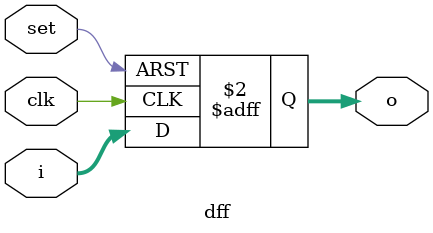
<source format=v>

module dff(
  input wire clk, set,
  input wire [3:0] i,
  output reg [3:0] o
);
  always @(posedge clk, posedge set)
  begin
    if (set)
      o <= 4'b1111;
    else
      o <= i;
  end
endmodule
</source>
